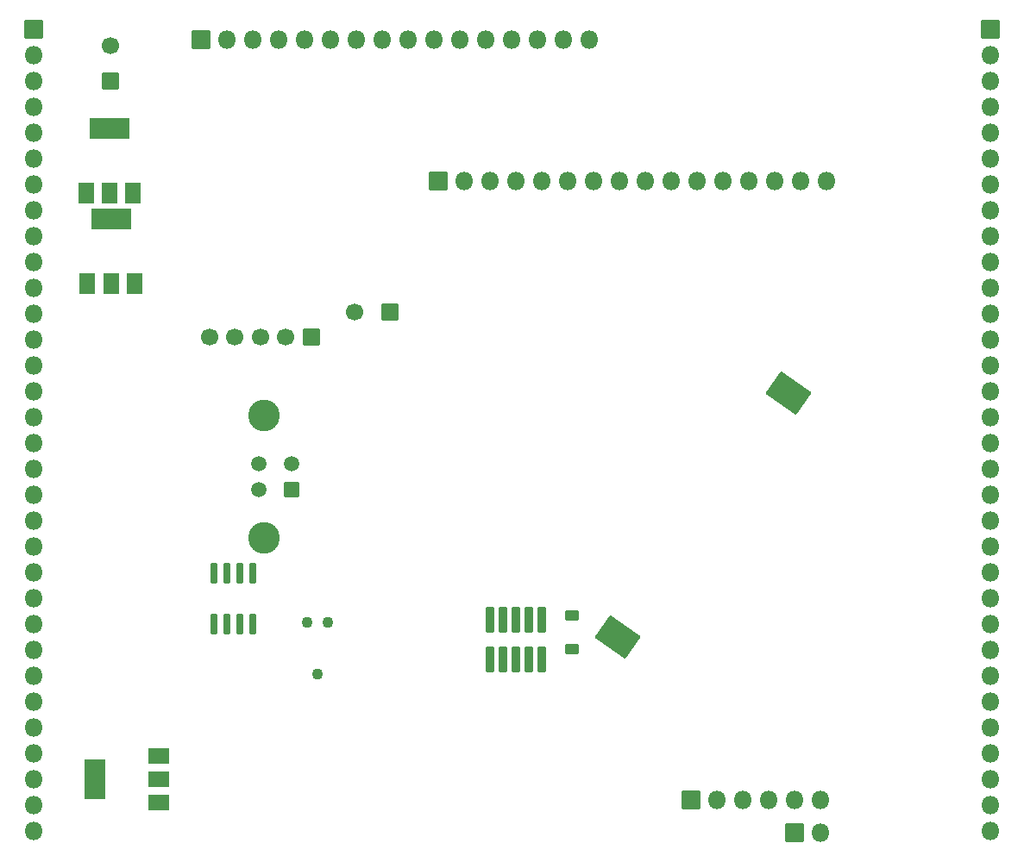
<source format=gbr>
%TF.GenerationSoftware,KiCad,Pcbnew,(6.0.1)*%
%TF.CreationDate,2023-07-12T16:45:15+01:00*%
%TF.ProjectId,polygonus-Shortage-Version,706f6c79-676f-46e7-9573-2d53686f7274,rev?*%
%TF.SameCoordinates,Original*%
%TF.FileFunction,Soldermask,Bot*%
%TF.FilePolarity,Negative*%
%FSLAX46Y46*%
G04 Gerber Fmt 4.6, Leading zero omitted, Abs format (unit mm)*
G04 Created by KiCad (PCBNEW (6.0.1)) date 2023-07-12 16:45:15*
%MOMM*%
%LPD*%
G01*
G04 APERTURE LIST*
G04 Aperture macros list*
%AMRoundRect*
0 Rectangle with rounded corners*
0 $1 Rounding radius*
0 $2 $3 $4 $5 $6 $7 $8 $9 X,Y pos of 4 corners*
0 Add a 4 corners polygon primitive as box body*
4,1,4,$2,$3,$4,$5,$6,$7,$8,$9,$2,$3,0*
0 Add four circle primitives for the rounded corners*
1,1,$1+$1,$2,$3*
1,1,$1+$1,$4,$5*
1,1,$1+$1,$6,$7*
1,1,$1+$1,$8,$9*
0 Add four rect primitives between the rounded corners*
20,1,$1+$1,$2,$3,$4,$5,0*
20,1,$1+$1,$4,$5,$6,$7,0*
20,1,$1+$1,$6,$7,$8,$9,0*
20,1,$1+$1,$8,$9,$2,$3,0*%
G04 Aperture macros list end*
%ADD10RoundRect,0.048000X0.800000X0.800000X-0.800000X0.800000X-0.800000X-0.800000X0.800000X-0.800000X0*%
%ADD11C,1.696000*%
%ADD12RoundRect,0.048000X0.850000X-0.850000X0.850000X0.850000X-0.850000X0.850000X-0.850000X-0.850000X0*%
%ADD13O,1.796000X1.796000*%
%ADD14RoundRect,0.048000X0.800000X-0.800000X0.800000X0.800000X-0.800000X0.800000X-0.800000X-0.800000X0*%
%ADD15RoundRect,0.048000X-0.700000X0.700000X-0.700000X-0.700000X0.700000X-0.700000X0.700000X0.700000X0*%
%ADD16C,1.496000*%
%ADD17C,3.096000*%
%ADD18C,1.086600*%
%ADD19RoundRect,0.048000X-0.370000X1.200000X-0.370000X-1.200000X0.370000X-1.200000X0.370000X1.200000X0*%
%ADD20RoundRect,0.048000X-0.728824X2.097335X-2.220123X-0.032460X0.728824X-2.097335X2.220123X0.032460X0*%
%ADD21RoundRect,0.198000X0.150000X-0.825000X0.150000X0.825000X-0.150000X0.825000X-0.150000X-0.825000X0*%
%ADD22RoundRect,0.048000X0.750000X-1.000000X0.750000X1.000000X-0.750000X1.000000X-0.750000X-1.000000X0*%
%ADD23RoundRect,0.048000X1.900000X-1.000000X1.900000X1.000000X-1.900000X1.000000X-1.900000X-1.000000X0*%
%ADD24RoundRect,0.048000X0.850000X0.850000X-0.850000X0.850000X-0.850000X-0.850000X0.850000X-0.850000X0*%
%ADD25RoundRect,0.048000X1.000000X0.750000X-1.000000X0.750000X-1.000000X-0.750000X1.000000X-0.750000X0*%
%ADD26RoundRect,0.048000X1.000000X1.900000X-1.000000X1.900000X-1.000000X-1.900000X1.000000X-1.900000X0*%
%ADD27RoundRect,0.048000X-0.850000X0.850000X-0.850000X-0.850000X0.850000X-0.850000X0.850000X0.850000X0*%
%ADD28RoundRect,0.048000X-0.600000X0.450000X-0.600000X-0.450000X0.600000X-0.450000X0.600000X0.450000X0*%
G04 APERTURE END LIST*
D10*
%TO.C,C6*%
X96348000Y-85119000D03*
D11*
X92848000Y-85119000D03*
%TD*%
D10*
%TO.C,J13*%
X88610209Y-87595853D03*
D11*
X86110209Y-87595853D03*
X83610209Y-87595853D03*
X81110209Y-87595853D03*
X78610209Y-87595853D03*
%TD*%
D12*
%TO.C,J11*%
X125881501Y-133044837D03*
D13*
X128421501Y-133044837D03*
X130961501Y-133044837D03*
X133501501Y-133044837D03*
X136041501Y-133044837D03*
X138581501Y-133044837D03*
%TD*%
D14*
%TO.C,C1*%
X68916000Y-62423028D03*
D11*
X68916000Y-58923028D03*
%TD*%
D12*
%TO.C,J12*%
X136088339Y-136214983D03*
D13*
X138628339Y-136214983D03*
%TD*%
D15*
%TO.C,J14*%
X86696000Y-102518000D03*
D16*
X86696000Y-100018000D03*
X83496000Y-100018000D03*
X83496000Y-102518000D03*
D17*
X83986000Y-107288000D03*
X83986000Y-95248000D03*
%TD*%
D18*
%TO.C,J9*%
X89236000Y-120679000D03*
X90252000Y-115599000D03*
X88220000Y-115599000D03*
%TD*%
D19*
%TO.C,J8*%
X106127000Y-115300000D03*
X106127000Y-119200000D03*
X107397000Y-115300000D03*
X107397000Y-119200000D03*
X108667000Y-115300000D03*
X108667000Y-119200000D03*
X109937000Y-115300000D03*
X109937000Y-119200000D03*
X111207000Y-115300000D03*
X111207000Y-119200000D03*
%TD*%
D20*
%TO.C,BT1*%
X118679105Y-117058577D03*
X135484895Y-93057423D03*
%TD*%
D21*
%TO.C,U25*%
X82920056Y-115732195D03*
X81650056Y-115732195D03*
X80380056Y-115732195D03*
X79110056Y-115732195D03*
X79110056Y-110782195D03*
X80380056Y-110782195D03*
X81650056Y-110782195D03*
X82920056Y-110782195D03*
%TD*%
D22*
%TO.C,U32*%
X71253410Y-82301195D03*
X68953410Y-82301195D03*
X66653410Y-82301195D03*
D23*
X68953410Y-76001195D03*
%TD*%
D24*
%TO.C,J4*%
X61363317Y-57335316D03*
D13*
X61363317Y-59875316D03*
X61363317Y-62415316D03*
X61363317Y-64955316D03*
X61363317Y-67495316D03*
X61363317Y-70035316D03*
X61363317Y-72575316D03*
X61363317Y-75115316D03*
X61363317Y-77655316D03*
X61363317Y-80195316D03*
X61363317Y-82735316D03*
X61363317Y-85275316D03*
X61363317Y-87815316D03*
X61363317Y-90355316D03*
X61363317Y-92895316D03*
X61363317Y-95435316D03*
X61363317Y-97975316D03*
X61363317Y-100515316D03*
X61363317Y-103055316D03*
X61363317Y-105595316D03*
X61363317Y-108135316D03*
X61363317Y-110675316D03*
X61363317Y-113215316D03*
X61363317Y-115755316D03*
X61363317Y-118295316D03*
X61363317Y-120835316D03*
X61363317Y-123375316D03*
X61363317Y-125915316D03*
X61363317Y-128455316D03*
X61363317Y-130995316D03*
X61363317Y-133535316D03*
X61363317Y-136075316D03*
%TD*%
D22*
%TO.C,U31*%
X71146201Y-73389341D03*
X68846201Y-73389341D03*
X66546201Y-73389341D03*
D23*
X68846201Y-67089341D03*
%TD*%
D25*
%TO.C,U38*%
X73653261Y-128722140D03*
X73653261Y-131022140D03*
X73653261Y-133322140D03*
D26*
X67353261Y-131022140D03*
%TD*%
D27*
%TO.C,J6*%
X101082286Y-72212971D03*
D13*
X103622286Y-72212971D03*
X106162286Y-72212971D03*
X108702286Y-72212971D03*
X111242286Y-72212971D03*
X113782286Y-72212971D03*
X116322286Y-72212971D03*
X118862286Y-72212971D03*
X121402286Y-72212971D03*
X123942286Y-72212971D03*
X126482286Y-72212971D03*
X129022286Y-72212971D03*
X131562286Y-72212971D03*
X134102286Y-72212971D03*
X136642286Y-72212971D03*
X139182286Y-72212971D03*
%TD*%
D28*
%TO.C,D6*%
X114184431Y-114876731D03*
X114184431Y-118176731D03*
%TD*%
D24*
%TO.C,J5*%
X155276000Y-57330221D03*
D13*
X155276000Y-59870221D03*
X155276000Y-62410221D03*
X155276000Y-64950221D03*
X155276000Y-67490221D03*
X155276000Y-70030221D03*
X155276000Y-72570221D03*
X155276000Y-75110221D03*
X155276000Y-77650221D03*
X155276000Y-80190221D03*
X155276000Y-82730221D03*
X155276000Y-85270221D03*
X155276000Y-87810221D03*
X155276000Y-90350221D03*
X155276000Y-92890221D03*
X155276000Y-95430221D03*
X155276000Y-97970221D03*
X155276000Y-100510221D03*
X155276000Y-103050221D03*
X155276000Y-105590221D03*
X155276000Y-108130221D03*
X155276000Y-110670221D03*
X155276000Y-113210221D03*
X155276000Y-115750221D03*
X155276000Y-118290221D03*
X155276000Y-120830221D03*
X155276000Y-123370221D03*
X155276000Y-125910221D03*
X155276000Y-128450221D03*
X155276000Y-130990221D03*
X155276000Y-133530221D03*
X155276000Y-136070221D03*
%TD*%
D27*
%TO.C,J7*%
X77806000Y-58321088D03*
D13*
X80346000Y-58321088D03*
X82886000Y-58321088D03*
X85426000Y-58321088D03*
X87966000Y-58321088D03*
X90506000Y-58321088D03*
X93046000Y-58321088D03*
X95586000Y-58321088D03*
X98126000Y-58321088D03*
X100666000Y-58321088D03*
X103206000Y-58321088D03*
X105746000Y-58321088D03*
X108286000Y-58321088D03*
X110826000Y-58321088D03*
X113366000Y-58321088D03*
X115906000Y-58321088D03*
%TD*%
M02*

</source>
